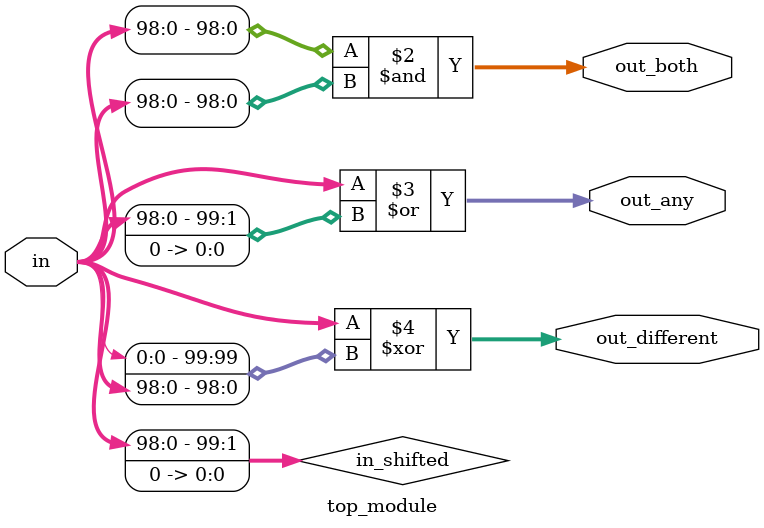
<source format=sv>
module top_module (
    input [99:0] in,
    output [98:0] out_both,
    output [99:0] out_any,
    output [99:0] out_different
);

    wire [99:0] in_shifted;

    assign in_shifted = in << 1;
    assign out_both = in[98:0] & in_shifted[99:1];
    assign out_any = in | in_shifted;
    assign out_different = in ^ {in[0], in_shifted[99:1]};

endmodule

</source>
